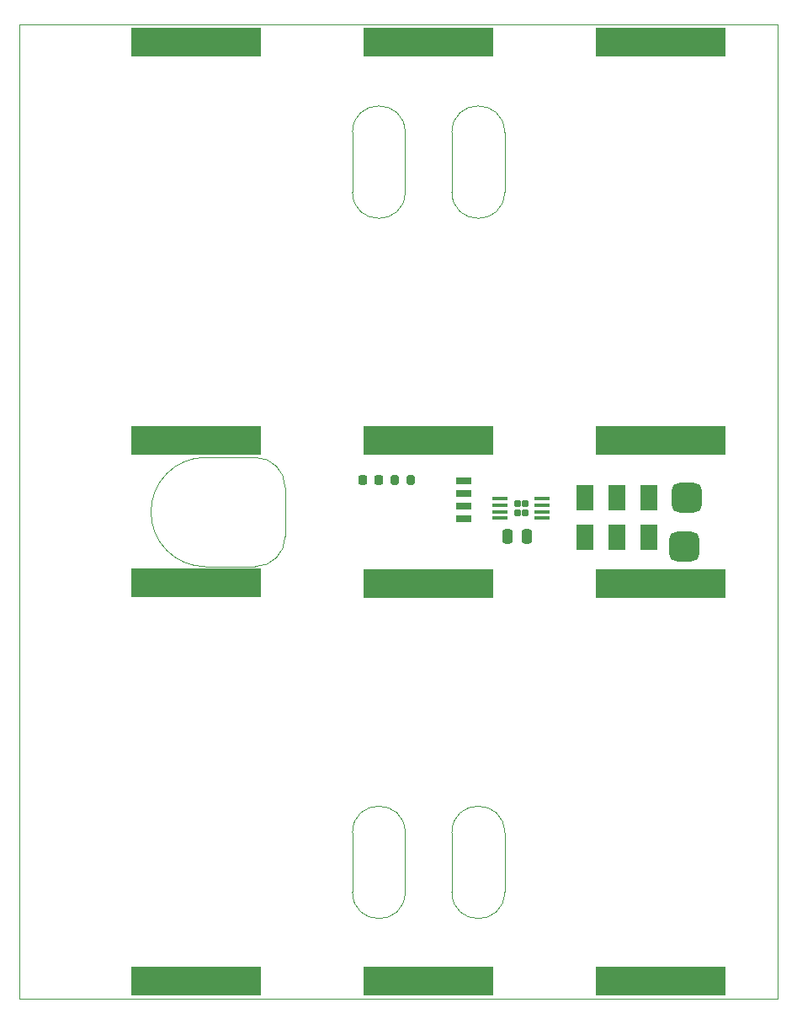
<source format=gbr>
%TF.GenerationSoftware,KiCad,Pcbnew,9.0.0*%
%TF.CreationDate,2025-05-06T20:13:05-04:00*%
%TF.ProjectId,xy_faces_CUpayload_v2,78795f66-6163-4657-935f-43557061796c,3.0*%
%TF.SameCoordinates,Original*%
%TF.FileFunction,Paste,Top*%
%TF.FilePolarity,Positive*%
%FSLAX46Y46*%
G04 Gerber Fmt 4.6, Leading zero omitted, Abs format (unit mm)*
G04 Created by KiCad (PCBNEW 9.0.0) date 2025-05-06 20:13:05*
%MOMM*%
%LPD*%
G01*
G04 APERTURE LIST*
G04 Aperture macros list*
%AMRoundRect*
0 Rectangle with rounded corners*
0 $1 Rounding radius*
0 $2 $3 $4 $5 $6 $7 $8 $9 X,Y pos of 4 corners*
0 Add a 4 corners polygon primitive as box body*
4,1,4,$2,$3,$4,$5,$6,$7,$8,$9,$2,$3,0*
0 Add four circle primitives for the rounded corners*
1,1,$1+$1,$2,$3*
1,1,$1+$1,$4,$5*
1,1,$1+$1,$6,$7*
1,1,$1+$1,$8,$9*
0 Add four rect primitives between the rounded corners*
20,1,$1+$1,$2,$3,$4,$5,0*
20,1,$1+$1,$4,$5,$6,$7,0*
20,1,$1+$1,$6,$7,$8,$9,0*
20,1,$1+$1,$8,$9,$2,$3,0*%
G04 Aperture macros list end*
%ADD10RoundRect,0.157500X0.157500X0.217500X-0.157500X0.217500X-0.157500X-0.217500X0.157500X-0.217500X0*%
%ADD11RoundRect,0.100000X0.687500X0.100000X-0.687500X0.100000X-0.687500X-0.100000X0.687500X-0.100000X0*%
%ADD12R,13.000000X3.000000*%
%ADD13RoundRect,0.750000X0.750000X-0.750000X0.750000X0.750000X-0.750000X0.750000X-0.750000X-0.750000X0*%
%ADD14R,1.700000X2.500000*%
%ADD15RoundRect,0.250000X-0.250000X-0.475000X0.250000X-0.475000X0.250000X0.475000X-0.250000X0.475000X0*%
%ADD16R,1.600000X0.700000*%
%ADD17RoundRect,0.218750X-0.218750X-0.256250X0.218750X-0.256250X0.218750X0.256250X-0.218750X0.256250X0*%
%ADD18RoundRect,0.200000X0.200000X0.275000X-0.200000X0.275000X-0.200000X-0.275000X0.200000X-0.275000X0*%
%TA.AperFunction,Profile*%
%ADD19C,0.050000*%
%TD*%
%TA.AperFunction,Profile*%
%ADD20C,0.100000*%
%TD*%
G04 APERTURE END LIST*
D10*
%TO.C,U2*%
X154200000Y-114870000D03*
X154200000Y-113970000D03*
X153450000Y-114870000D03*
X153450000Y-113970000D03*
D11*
X155937500Y-115395000D03*
X155937500Y-114745000D03*
X155937500Y-114095000D03*
X155937500Y-113445000D03*
X151712500Y-113445000D03*
X151712500Y-114095000D03*
X151712500Y-114745000D03*
X151712500Y-115395000D03*
%TD*%
D12*
%TO.C,SC5*%
X167860000Y-67570000D03*
X167860000Y-107570000D03*
%TD*%
D13*
%TO.C,TP1*%
X170500000Y-113300000D03*
%TD*%
D14*
%TO.C,D3*%
X166650000Y-117350000D03*
X166650000Y-113350000D03*
%TD*%
D13*
%TO.C,TP2*%
X170250000Y-118225000D03*
%TD*%
D14*
%TO.C,D1*%
X160200000Y-117350000D03*
X160200000Y-113350000D03*
%TD*%
D12*
%TO.C,SC3*%
X144490000Y-67570000D03*
X144490000Y-107570000D03*
%TD*%
%TO.C,SC4*%
X144450000Y-121940000D03*
X144450000Y-161940000D03*
%TD*%
%TO.C,SC2*%
X121120000Y-121920000D03*
X121120000Y-161920000D03*
%TD*%
D14*
%TO.C,D2*%
X163450000Y-117350000D03*
X163450000Y-113350000D03*
%TD*%
D12*
%TO.C,SC6*%
X167850000Y-121950000D03*
X167850000Y-161950000D03*
%TD*%
D15*
%TO.C,C2*%
X152450000Y-117200000D03*
X154350000Y-117200000D03*
%TD*%
D16*
%TO.C,U1*%
X148075000Y-115430000D03*
X148075000Y-114160000D03*
X148075000Y-112890000D03*
X148075000Y-111620000D03*
%TD*%
D17*
%TO.C,D4*%
X137912500Y-111525000D03*
X139487500Y-111525000D03*
%TD*%
D12*
%TO.C,SC1*%
X121090000Y-67570000D03*
X121090000Y-107570000D03*
%TD*%
D18*
%TO.C,R1*%
X142725000Y-111550000D03*
X141075000Y-111550000D03*
%TD*%
D19*
X136850000Y-153000000D02*
X136850000Y-147000000D01*
X142150000Y-153000000D02*
X142150000Y-147000000D01*
X146850000Y-147000000D02*
X146850000Y-153000000D01*
X152150000Y-153000000D02*
X152150000Y-147000000D01*
X142150000Y-76600000D02*
X142150000Y-82600000D01*
X136850000Y-76600000D02*
X136850000Y-82600000D01*
X146850000Y-76600000D02*
X146850000Y-82600000D01*
X152150000Y-76600000D02*
X152150000Y-82600000D01*
X142150000Y-82600000D02*
G75*
G02*
X136850000Y-82600000I-2650000J0D01*
G01*
D20*
X103350000Y-65750000D02*
X179650000Y-65750000D01*
X179650000Y-163750000D01*
X103350000Y-163750000D01*
X103350000Y-65750000D01*
D19*
X130075000Y-117262500D02*
G75*
G02*
X127075000Y-120262500I-3000000J0D01*
G01*
X146850000Y-76600000D02*
G75*
G02*
X152150000Y-76600000I2650000J0D01*
G01*
X136850000Y-76600000D02*
G75*
G02*
X142150000Y-76600000I2650000J0D01*
G01*
X122050000Y-120262500D02*
G75*
G02*
X122075000Y-109287500I12500J5487500D01*
G01*
X136850000Y-147000000D02*
G75*
G02*
X142150000Y-147000000I2650000J0D01*
G01*
X122050000Y-120262500D02*
X127075000Y-120262500D01*
X142150000Y-153000000D02*
G75*
G02*
X136850000Y-153000000I-2650000J0D01*
G01*
X146850000Y-147000000D02*
G75*
G02*
X152150000Y-147000000I2650000J0D01*
G01*
X152150000Y-153000000D02*
G75*
G02*
X146850000Y-153000000I-2650000J0D01*
G01*
X122075000Y-109287500D02*
X127075000Y-109287500D01*
X130075000Y-117262500D02*
X130075000Y-112287500D01*
X152150000Y-82600000D02*
G75*
G02*
X146850000Y-82600000I-2650000J0D01*
G01*
X127075000Y-109287500D02*
G75*
G02*
X130075000Y-112287500I0J-3000000D01*
G01*
M02*

</source>
